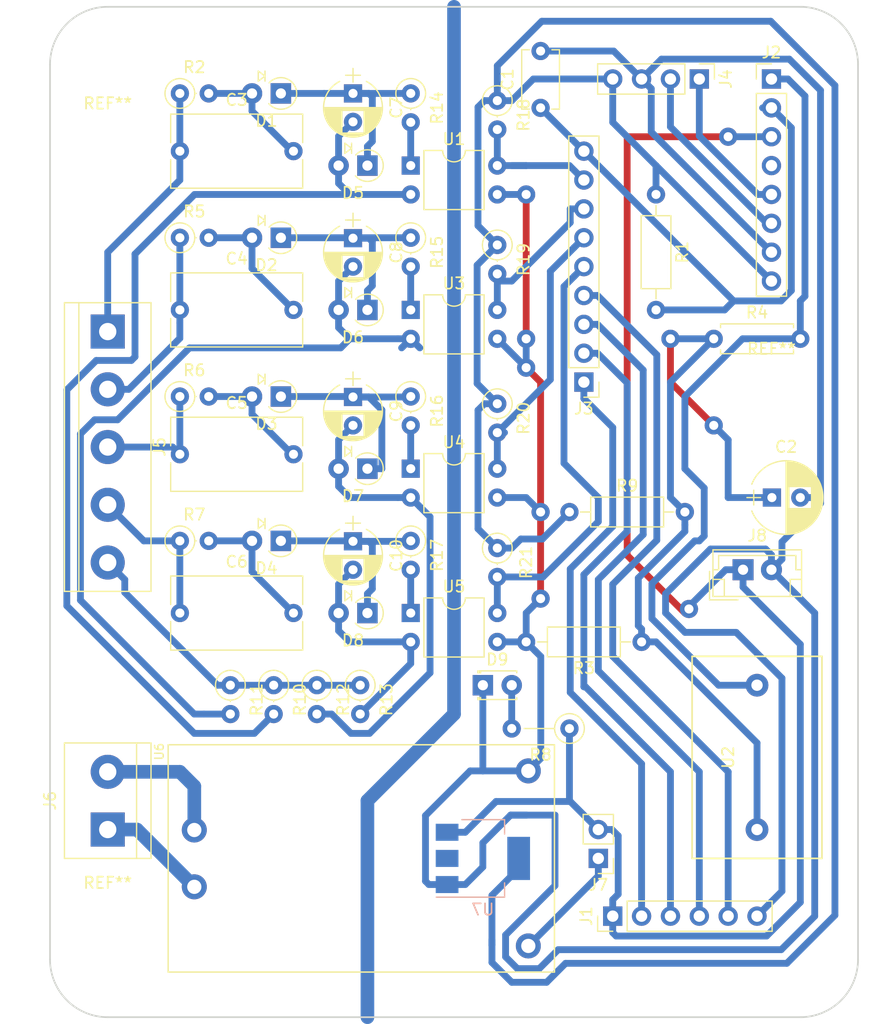
<source format=kicad_pcb>
(kicad_pcb (version 4) (host pcbnew 4.0.7)
  (layers (0 F.Cu signal) (31 B.Cu signal) (34 B.Paste user) (35 F.Paste user) (36 B.SilkS user) (37 F.SilkS user) (38 B.Mask user) (39 F.Mask user) (44 Edge.Cuts user))
  (net 0 "")
  (net 1 GND)
  (net 2 "Net-(C2-Pad1)")
  (net 3 +5V)
  (net 4 Ch4)
  (net 5 Ch3)
  (net 6 Ch2)
  (net 7 Ch1)
  (net 8 +3V3)
  (net 9 SCL)
  (net 10 SDA)
  (net 11 Ch1_ASensor)
  (net 12 "Net-(C3-Pad2)")
  (net 13 "Net-(C4-Pad2)")
  (net 14 "Net-(C5-Pad2)")
  (net 15 "Net-(C6-Pad2)")
  (net 16 SensorCh1)
  (net 17 SensorCh2)
  (net 18 SensorCh3)
  (net 19 SensorCh4)
  (net 20 INT)
  (net 21 N)
  (net 22 "Net-(C7-Pad2)")
  (net 23 "Net-(C8-Pad2)")
  (net 24 "Net-(C9-Pad2)")
  (net 25 "Net-(C10-Pad2)")
  (net 26 "Net-(C7-Pad1)")
  (net 27 "Net-(R14-Pad2)")
  (net 28 "Net-(C8-Pad1)")
  (net 29 "Net-(R15-Pad2)")
  (net 30 "Net-(C9-Pad1)")
  (net 31 "Net-(R16-Pad2)")
  (net 32 "Net-(C10-Pad1)")
  (net 33 "Net-(R17-Pad2)")
  (net 34 "Net-(J2-Pad4)")
  (net 35 LINE1)
  (net 36 LINE2)
  (net 37 LINE3)
  (net 38 LINE4)
  (net 39 "Net-(J6-Pad1)")
  (net 40 "Net-(J6-Pad2)")
  (net 41 "Net-(J7-Pad1)")
  (net 42 "Net-(D9-Pad2)")
  (module Pin_Headers:Pin_Header_Straight_1x06_Pitch2.54mm (layer F.Cu) (at 143.51 113.03 90)
    (fp_text reference J1 (at 0 -2.33 90) (layer F.SilkS))
    (fp_text value 4ChRelayBoard)
    (pad 1 thru_hole rect (at 0 0 90) (size 1.7 1.7) (drill 1) (layers *.Cu *.Mask) (net 3 +5V))
    (pad 2 thru_hole oval (at 0 2.54 90) (size 1.7 1.7) (drill 1) (layers *.Cu *.Mask) (net 4 Ch4))
    (pad 3 thru_hole oval (at 0 5.08 90) (size 1.7 1.7) (drill 1) (layers *.Cu *.Mask) (net 5 Ch3))
    (pad 4 thru_hole oval (at 0 7.62 90) (size 1.7 1.7) (drill 1) (layers *.Cu *.Mask) (net 6 Ch2))
    (pad 5 thru_hole oval (at 0 10.16 90) (size 1.7 1.7) (drill 1) (layers *.Cu *.Mask) (net 7 Ch1))
    (pad 6 thru_hole oval (at 0 12.7 90) (size 1.7 1.7) (drill 1) (layers *.Cu *.Mask) (net 1 GND))
  )
  (module Housings_DIP:DIP-4_W7.62mm (layer F.Cu) (at 125.73 73.66)
    (fp_text reference U4 (at 3.81 -2.33) (layer F.SilkS))
    (fp_text value PC817)
    (pad 1 thru_hole rect (at 0 0) (size 1.6 1.6) (drill 0.8) (layers *.Cu *.Mask) (net 31 "Net-(R16-Pad2)"))
    (pad 3 thru_hole oval (at 7.62 2.54) (size 1.6 1.6) (drill 0.8) (layers *.Cu *.Mask) (net 1 GND))
    (pad 2 thru_hole oval (at 0 2.54) (size 1.6 1.6) (drill 0.8) (layers *.Cu *.Mask) (net 24 "Net-(C9-Pad2)"))
    (pad 4 thru_hole oval (at 7.62 0) (size 1.6 1.6) (drill 0.8) (layers *.Cu *.Mask) (net 18 SensorCh3))
  )
  (module MySensors:CT503C (layer F.Cu) (at 156.21 92.71 270)
    (fp_text reference U2 (at 6.35 2.54 270) (layer F.SilkS))
    (fp_text value CT503C)
    (pad 2 thru_hole circle (at 12.7 0 270) (size 2 2) (drill 1) (layers *.Cu *.Mask) (net 2 "Net-(C2-Pad1)"))
    (pad 1 thru_hole circle (at 0 0 270) (size 2 2) (drill 1) (layers *.Cu *.Mask) (net 11 Ch1_ASensor))
  )
  (module Capacitors_THT:CP_Radial_D6.3mm_P2.50mm (layer F.Cu) (at 157.52 76.2)
    (fp_text reference C2 (at 1.25 -4.46) (layer F.SilkS))
    (fp_text value 10uF)
    (pad 1 thru_hole rect (at 0 0) (size 1.6 1.6) (drill 0.8) (layers *.Cu *.Mask) (net 2 "Net-(C2-Pad1)"))
    (pad 2 thru_hole circle (at 2.5 0) (size 1.6 1.6) (drill 0.8) (layers *.Cu *.Mask) (net 1 GND))
  )
  (module Pin_Headers:Pin_Header_Straight_1x09_Pitch2.54mm (layer F.Cu) (at 140.97 66.04 180)
    (fp_text reference J3 (at 0 -2.33 180) (layer F.SilkS))
    (fp_text value "I2C IO Expander")
    (pad 1 thru_hole rect (at 0 0 180) (size 1.7 1.7) (drill 1) (layers *.Cu *.Mask) (net 4 Ch4))
    (pad 2 thru_hole oval (at 0 2.54 180) (size 1.7 1.7) (drill 1) (layers *.Cu *.Mask) (net 5 Ch3))
    (pad 3 thru_hole oval (at 0 5.08 180) (size 1.7 1.7) (drill 1) (layers *.Cu *.Mask) (net 6 Ch2))
    (pad 4 thru_hole oval (at 0 7.62 180) (size 1.7 1.7) (drill 1) (layers *.Cu *.Mask) (net 7 Ch1))
    (pad 5 thru_hole oval (at 0 10.16 180) (size 1.7 1.7) (drill 1) (layers *.Cu *.Mask) (net 19 SensorCh4))
    (pad 6 thru_hole oval (at 0 12.7 180) (size 1.7 1.7) (drill 1) (layers *.Cu *.Mask) (net 18 SensorCh3))
    (pad 7 thru_hole oval (at 0 15.24 180) (size 1.7 1.7) (drill 1) (layers *.Cu *.Mask) (net 17 SensorCh2))
    (pad 8 thru_hole oval (at 0 17.78 180) (size 1.7 1.7) (drill 1) (layers *.Cu *.Mask) (net 16 SensorCh1))
    (pad 9 thru_hole oval (at 0 20.32 180) (size 1.7 1.7) (drill 1) (layers *.Cu *.Mask) (net 20 INT))
  )
  (module Connectors_JST:JST_EH_B02B-EH-A_02x2.50mm_Straight (layer F.Cu) (at 154.98 82.55)
    (fp_text reference J8 (at 1.25 -3) (layer F.SilkS))
    (fp_text value 5V)
    (pad 1 thru_hole rect (at 0 0) (size 1.85 1.85) (drill 0.9) (layers *.Cu *.Mask) (net 3 +5V))
    (pad 2 thru_hole circle (at 2.5 0) (size 1.85 1.85) (drill 0.9) (layers *.Cu *.Mask) (net 1 GND))
  )
  (module Resistors_THT:R_Axial_DIN0207_L6.3mm_D2.5mm_P7.62mm_Horizontal (layer F.Cu) (at 152.4 62.23)
    (fp_text reference R4 (at 3.81 -2.31) (layer F.SilkS))
    (fp_text value 100E)
    (pad 1 thru_hole circle (at 0 0) (size 1.6 1.6) (drill 0.8) (layers *.Cu *.Mask) (net 2 "Net-(C2-Pad1)"))
    (pad 2 thru_hole oval (at 7.62 0) (size 1.6 1.6) (drill 0.8) (layers *.Cu *.Mask) (net 11 Ch1_ASensor))
  )
  (module Housings_DIP:DIP-4_W7.62mm (layer F.Cu) (at 125.73 46.99)
    (fp_text reference U1 (at 3.81 -2.33) (layer F.SilkS))
    (fp_text value PC817)
    (pad 1 thru_hole rect (at 0 0) (size 1.6 1.6) (drill 0.8) (layers *.Cu *.Mask) (net 27 "Net-(R14-Pad2)"))
    (pad 3 thru_hole oval (at 7.62 2.54) (size 1.6 1.6) (drill 0.8) (layers *.Cu *.Mask) (net 1 GND))
    (pad 2 thru_hole oval (at 0 2.54) (size 1.6 1.6) (drill 0.8) (layers *.Cu *.Mask) (net 22 "Net-(C7-Pad2)"))
    (pad 4 thru_hole oval (at 7.62 0) (size 1.6 1.6) (drill 0.8) (layers *.Cu *.Mask) (net 16 SensorCh1))
  )
  (module Housings_DIP:DIP-4_W7.62mm (layer F.Cu) (at 125.73 59.69)
    (fp_text reference U3 (at 3.81 -2.33) (layer F.SilkS))
    (fp_text value PC817)
    (pad 1 thru_hole rect (at 0 0) (size 1.6 1.6) (drill 0.8) (layers *.Cu *.Mask) (net 29 "Net-(R15-Pad2)"))
    (pad 3 thru_hole oval (at 7.62 2.54) (size 1.6 1.6) (drill 0.8) (layers *.Cu *.Mask) (net 1 GND))
    (pad 2 thru_hole oval (at 0 2.54) (size 1.6 1.6) (drill 0.8) (layers *.Cu *.Mask) (net 23 "Net-(C8-Pad2)"))
    (pad 4 thru_hole oval (at 7.62 0) (size 1.6 1.6) (drill 0.8) (layers *.Cu *.Mask) (net 17 SensorCh2))
  )
  (module Housings_DIP:DIP-4_W7.62mm (layer F.Cu) (at 125.73 86.36)
    (fp_text reference U5 (at 3.81 -2.33) (layer F.SilkS))
    (fp_text value PC817)
    (pad 1 thru_hole rect (at 0 0) (size 1.6 1.6) (drill 0.8) (layers *.Cu *.Mask) (net 33 "Net-(R17-Pad2)"))
    (pad 3 thru_hole oval (at 7.62 2.54) (size 1.6 1.6) (drill 0.8) (layers *.Cu *.Mask) (net 1 GND))
    (pad 2 thru_hole oval (at 0 2.54) (size 1.6 1.6) (drill 0.8) (layers *.Cu *.Mask) (net 25 "Net-(C10-Pad2)"))
    (pad 4 thru_hole oval (at 7.62 0) (size 1.6 1.6) (drill 0.8) (layers *.Cu *.Mask) (net 19 SensorCh4))
  )
  (module Pin_Headers:Pin_Header_Straight_1x08_Pitch2.54mm (layer F.Cu) (at 157.48 39.37)
    (fp_text reference J2 (at 0 -2.33) (layer F.SilkS))
    (fp_text value "From Main Board")
    (pad 1 thru_hole rect (at 0 0) (size 1.7 1.7) (drill 1) (layers *.Cu *.Mask) (net 11 Ch1_ASensor))
    (pad 2 thru_hole oval (at 0 2.54) (size 1.7 1.7) (drill 1) (layers *.Cu *.Mask) (net 20 INT))
    (pad 3 thru_hole oval (at 0 5.08) (size 1.7 1.7) (drill 1) (layers *.Cu *.Mask) (net 3 +5V))
    (pad 4 thru_hole oval (at 0 7.62) (size 1.7 1.7) (drill 1) (layers *.Cu *.Mask) (net 34 "Net-(J2-Pad4)"))
    (pad 5 thru_hole oval (at 0 10.16) (size 1.7 1.7) (drill 1) (layers *.Cu *.Mask) (net 9 SCL))
    (pad 6 thru_hole oval (at 0 12.7) (size 1.7 1.7) (drill 1) (layers *.Cu *.Mask) (net 10 SDA))
    (pad 7 thru_hole oval (at 0 15.24) (size 1.7 1.7) (drill 1) (layers *.Cu *.Mask) (net 1 GND))
    (pad 8 thru_hole oval (at 0 17.78) (size 1.7 1.7) (drill 1) (layers *.Cu *.Mask) (net 8 +3V3))
  )
  (module Pin_Headers:Pin_Header_Straight_1x04_Pitch2.54mm (layer F.Cu) (at 151.13 39.37 270)
    (fp_text reference J4 (at 0 -2.33 270) (layer F.SilkS))
    (fp_text value "I2C to Expander")
    (pad 1 thru_hole rect (at 0 0 270) (size 1.7 1.7) (drill 1) (layers *.Cu *.Mask) (net 9 SCL))
    (pad 2 thru_hole oval (at 0 2.54 270) (size 1.7 1.7) (drill 1) (layers *.Cu *.Mask) (net 10 SDA))
    (pad 3 thru_hole oval (at 0 5.08 270) (size 1.7 1.7) (drill 1) (layers *.Cu *.Mask) (net 1 GND))
    (pad 4 thru_hole oval (at 0 7.62 270) (size 1.7 1.7) (drill 1) (layers *.Cu *.Mask) (net 8 +3V3))
  )
  (module Capacitors_THT:CP_Radial_D5.0mm_P2.50mm (layer F.Cu) (at 120.65 40.64 270)
    (fp_text reference C7 (at 1.25 -3.81 270) (layer F.SilkS))
    (fp_text value CP)
    (pad 1 thru_hole rect (at 0 0 270) (size 1.6 1.6) (drill 0.8) (layers *.Cu *.Mask) (net 26 "Net-(C7-Pad1)"))
    (pad 2 thru_hole circle (at 2.5 0 270) (size 1.6 1.6) (drill 0.8) (layers *.Cu *.Mask) (net 22 "Net-(C7-Pad2)"))
  )
  (module Capacitors_THT:CP_Radial_D5.0mm_P2.50mm (layer F.Cu) (at 120.65 53.38 270)
    (fp_text reference C8 (at 1.25 -3.81 270) (layer F.SilkS))
    (fp_text value CP)
    (pad 1 thru_hole rect (at 0 0 270) (size 1.6 1.6) (drill 0.8) (layers *.Cu *.Mask) (net 28 "Net-(C8-Pad1)"))
    (pad 2 thru_hole circle (at 2.5 0 270) (size 1.6 1.6) (drill 0.8) (layers *.Cu *.Mask) (net 23 "Net-(C8-Pad2)"))
  )
  (module Capacitors_THT:CP_Radial_D5.0mm_P2.50mm (layer F.Cu) (at 120.65 67.35 270)
    (fp_text reference C9 (at 1.25 -3.81 270) (layer F.SilkS))
    (fp_text value CP)
    (pad 1 thru_hole rect (at 0 0 270) (size 1.6 1.6) (drill 0.8) (layers *.Cu *.Mask) (net 30 "Net-(C9-Pad1)"))
    (pad 2 thru_hole circle (at 2.5 0 270) (size 1.6 1.6) (drill 0.8) (layers *.Cu *.Mask) (net 24 "Net-(C9-Pad2)"))
  )
  (module Capacitors_THT:CP_Radial_D5.0mm_P2.50mm (layer F.Cu) (at 120.65 80.05 270)
    (fp_text reference C10 (at 1.25 -3.81 270) (layer F.SilkS))
    (fp_text value CP)
    (pad 1 thru_hole rect (at 0 0 270) (size 1.6 1.6) (drill 0.8) (layers *.Cu *.Mask) (net 32 "Net-(C10-Pad1)"))
    (pad 2 thru_hole circle (at 2.5 0 270) (size 1.6 1.6) (drill 0.8) (layers *.Cu *.Mask) (net 25 "Net-(C10-Pad2)"))
  )
  (module Capacitors_THT:C_Rect_L11.5mm_W6.4mm_P10.00mm_MKT (layer F.Cu) (at 105.41 45.72)
    (fp_text reference C3 (at 5 -4.51) (layer F.SilkS))
    (fp_text value 100nF/400V)
    (pad 1 thru_hole circle (at 0 0) (size 1.6 1.6) (drill 0.8) (layers *.Cu *.Mask) (net 35 LINE1))
    (pad 2 thru_hole circle (at 10 0) (size 1.6 1.6) (drill 0.8) (layers *.Cu *.Mask) (net 12 "Net-(C3-Pad2)"))
  )
  (module Capacitors_THT:C_Rect_L11.5mm_W6.4mm_P10.00mm_MKT (layer F.Cu) (at 105.41 59.69)
    (fp_text reference C4 (at 5 -4.51) (layer F.SilkS))
    (fp_text value 100nF/400V)
    (pad 1 thru_hole circle (at 0 0) (size 1.6 1.6) (drill 0.8) (layers *.Cu *.Mask) (net 36 LINE2))
    (pad 2 thru_hole circle (at 10 0) (size 1.6 1.6) (drill 0.8) (layers *.Cu *.Mask) (net 13 "Net-(C4-Pad2)"))
  )
  (module Capacitors_THT:C_Rect_L11.5mm_W6.4mm_P10.00mm_MKT (layer F.Cu) (at 105.41 72.39)
    (fp_text reference C5 (at 5 -4.51) (layer F.SilkS))
    (fp_text value 100nF/400V)
    (pad 1 thru_hole circle (at 0 0) (size 1.6 1.6) (drill 0.8) (layers *.Cu *.Mask) (net 37 LINE3))
    (pad 2 thru_hole circle (at 10 0) (size 1.6 1.6) (drill 0.8) (layers *.Cu *.Mask) (net 14 "Net-(C5-Pad2)"))
  )
  (module Capacitors_THT:C_Rect_L11.5mm_W6.4mm_P10.00mm_MKT (layer F.Cu) (at 105.41 86.36)
    (fp_text reference C6 (at 5 -4.51) (layer F.SilkS))
    (fp_text value 100nF/400V)
    (pad 1 thru_hole circle (at 0 0) (size 1.6 1.6) (drill 0.8) (layers *.Cu *.Mask) (net 38 LINE4))
    (pad 2 thru_hole circle (at 10 0) (size 1.6 1.6) (drill 0.8) (layers *.Cu *.Mask) (net 15 "Net-(C6-Pad2)"))
  )
  (module Resistors_THT:R_Axial_DIN0207_L6.3mm_D2.5mm_P2.54mm_Vertical (layer F.Cu) (at 105.41 40.64)
    (fp_text reference R2 (at 1.27 -2.31) (layer F.SilkS))
    (fp_text value 470K)
    (pad 1 thru_hole circle (at 0 0) (size 1.6 1.6) (drill 0.8) (layers *.Cu *.Mask) (net 35 LINE1))
    (pad 2 thru_hole oval (at 2.54 0) (size 1.6 1.6) (drill 0.8) (layers *.Cu *.Mask) (net 12 "Net-(C3-Pad2)"))
  )
  (module Resistors_THT:R_Axial_DIN0207_L6.3mm_D2.5mm_P2.54mm_Vertical (layer F.Cu) (at 105.41 53.34)
    (fp_text reference R5 (at 1.27 -2.31) (layer F.SilkS))
    (fp_text value 470K)
    (pad 1 thru_hole circle (at 0 0) (size 1.6 1.6) (drill 0.8) (layers *.Cu *.Mask) (net 36 LINE2))
    (pad 2 thru_hole oval (at 2.54 0) (size 1.6 1.6) (drill 0.8) (layers *.Cu *.Mask) (net 13 "Net-(C4-Pad2)"))
  )
  (module Resistors_THT:R_Axial_DIN0207_L6.3mm_D2.5mm_P2.54mm_Vertical (layer F.Cu) (at 105.41 67.31)
    (fp_text reference R6 (at 1.27 -2.31) (layer F.SilkS))
    (fp_text value 470K)
    (pad 1 thru_hole circle (at 0 0) (size 1.6 1.6) (drill 0.8) (layers *.Cu *.Mask) (net 37 LINE3))
    (pad 2 thru_hole oval (at 2.54 0) (size 1.6 1.6) (drill 0.8) (layers *.Cu *.Mask) (net 14 "Net-(C5-Pad2)"))
  )
  (module Resistors_THT:R_Axial_DIN0207_L6.3mm_D2.5mm_P2.54mm_Vertical (layer F.Cu) (at 105.41 80.01)
    (fp_text reference R7 (at 1.27 -2.31) (layer F.SilkS))
    (fp_text value 470K)
    (pad 1 thru_hole circle (at 0 0) (size 1.6 1.6) (drill 0.8) (layers *.Cu *.Mask) (net 38 LINE4))
    (pad 2 thru_hole oval (at 2.54 0) (size 1.6 1.6) (drill 0.8) (layers *.Cu *.Mask) (net 15 "Net-(C6-Pad2)"))
  )
  (module Resistors_THT:R_Axial_DIN0207_L6.3mm_D2.5mm_P2.54mm_Vertical (layer F.Cu) (at 113.665 92.71 270)
    (fp_text reference R10 (at 1.27 -2.31 270) (layer F.SilkS))
    (fp_text value 100K)
    (pad 1 thru_hole circle (at 0 0 270) (size 1.6 1.6) (drill 0.8) (layers *.Cu *.Mask) (net 21 N))
    (pad 2 thru_hole oval (at 2.54 0 270) (size 1.6 1.6) (drill 0.8) (layers *.Cu *.Mask) (net 22 "Net-(C7-Pad2)"))
  )
  (module Resistors_THT:R_Axial_DIN0207_L6.3mm_D2.5mm_P2.54mm_Vertical (layer F.Cu) (at 109.855 92.71 270)
    (fp_text reference R11 (at 1.27 -2.31 270) (layer F.SilkS))
    (fp_text value 100K)
    (pad 1 thru_hole circle (at 0 0 270) (size 1.6 1.6) (drill 0.8) (layers *.Cu *.Mask) (net 21 N))
    (pad 2 thru_hole oval (at 2.54 0 270) (size 1.6 1.6) (drill 0.8) (layers *.Cu *.Mask) (net 23 "Net-(C8-Pad2)"))
  )
  (module Resistors_THT:R_Axial_DIN0207_L6.3mm_D2.5mm_P2.54mm_Vertical (layer F.Cu) (at 117.475 92.71 270)
    (fp_text reference R12 (at 1.27 -2.31 270) (layer F.SilkS))
    (fp_text value 100K)
    (pad 1 thru_hole circle (at 0 0 270) (size 1.6 1.6) (drill 0.8) (layers *.Cu *.Mask) (net 21 N))
    (pad 2 thru_hole oval (at 2.54 0 270) (size 1.6 1.6) (drill 0.8) (layers *.Cu *.Mask) (net 24 "Net-(C9-Pad2)"))
  )
  (module Resistors_THT:R_Axial_DIN0207_L6.3mm_D2.5mm_P2.54mm_Vertical (layer F.Cu) (at 121.285 92.71 270)
    (fp_text reference R13 (at 1.27 -2.31 270) (layer F.SilkS))
    (fp_text value 100K)
    (pad 1 thru_hole circle (at 0 0 270) (size 1.6 1.6) (drill 0.8) (layers *.Cu *.Mask) (net 21 N))
    (pad 2 thru_hole oval (at 2.54 0 270) (size 1.6 1.6) (drill 0.8) (layers *.Cu *.Mask) (net 25 "Net-(C10-Pad2)"))
  )
  (module Resistors_THT:R_Axial_DIN0207_L6.3mm_D2.5mm_P2.54mm_Vertical (layer F.Cu) (at 125.73 40.64 270)
    (fp_text reference R14 (at 1.27 -2.31 270) (layer F.SilkS))
    (fp_text value 1K)
    (pad 1 thru_hole circle (at 0 0 270) (size 1.6 1.6) (drill 0.8) (layers *.Cu *.Mask) (net 26 "Net-(C7-Pad1)"))
    (pad 2 thru_hole oval (at 2.54 0 270) (size 1.6 1.6) (drill 0.8) (layers *.Cu *.Mask) (net 27 "Net-(R14-Pad2)"))
  )
  (module Resistors_THT:R_Axial_DIN0207_L6.3mm_D2.5mm_P2.54mm_Vertical (layer F.Cu) (at 125.73 53.34 270)
    (fp_text reference R15 (at 1.27 -2.31 270) (layer F.SilkS))
    (fp_text value 1K)
    (pad 1 thru_hole circle (at 0 0 270) (size 1.6 1.6) (drill 0.8) (layers *.Cu *.Mask) (net 28 "Net-(C8-Pad1)"))
    (pad 2 thru_hole oval (at 2.54 0 270) (size 1.6 1.6) (drill 0.8) (layers *.Cu *.Mask) (net 29 "Net-(R15-Pad2)"))
  )
  (module Resistors_THT:R_Axial_DIN0207_L6.3mm_D2.5mm_P2.54mm_Vertical (layer F.Cu) (at 125.73 67.31 270)
    (fp_text reference R16 (at 1.27 -2.31 270) (layer F.SilkS))
    (fp_text value 1K)
    (pad 1 thru_hole circle (at 0 0 270) (size 1.6 1.6) (drill 0.8) (layers *.Cu *.Mask) (net 30 "Net-(C9-Pad1)"))
    (pad 2 thru_hole oval (at 2.54 0 270) (size 1.6 1.6) (drill 0.8) (layers *.Cu *.Mask) (net 31 "Net-(R16-Pad2)"))
  )
  (module Resistors_THT:R_Axial_DIN0207_L6.3mm_D2.5mm_P2.54mm_Vertical (layer F.Cu) (at 125.73 80.01 270)
    (fp_text reference R17 (at 1.27 -2.31 270) (layer F.SilkS))
    (fp_text value 1K)
    (pad 1 thru_hole circle (at 0 0 270) (size 1.6 1.6) (drill 0.8) (layers *.Cu *.Mask) (net 32 "Net-(C10-Pad1)"))
    (pad 2 thru_hole oval (at 2.54 0 270) (size 1.6 1.6) (drill 0.8) (layers *.Cu *.Mask) (net 33 "Net-(R17-Pad2)"))
  )
  (module Resistors_THT:R_Axial_DIN0207_L6.3mm_D2.5mm_P2.54mm_Vertical (layer F.Cu) (at 133.35 41.275 270)
    (fp_text reference R18 (at 1.27 -2.31 270) (layer F.SilkS))
    (fp_text value 10K)
    (pad 1 thru_hole circle (at 0 0 270) (size 1.6 1.6) (drill 0.8) (layers *.Cu *.Mask) (net 8 +3V3))
    (pad 2 thru_hole oval (at 2.54 0 270) (size 1.6 1.6) (drill 0.8) (layers *.Cu *.Mask) (net 16 SensorCh1))
  )
  (module Resistors_THT:R_Axial_DIN0207_L6.3mm_D2.5mm_P2.54mm_Vertical (layer F.Cu) (at 133.35 53.975 270)
    (fp_text reference R19 (at 1.27 -2.31 270) (layer F.SilkS))
    (fp_text value 10K)
    (pad 1 thru_hole circle (at 0 0 270) (size 1.6 1.6) (drill 0.8) (layers *.Cu *.Mask) (net 8 +3V3))
    (pad 2 thru_hole oval (at 2.54 0 270) (size 1.6 1.6) (drill 0.8) (layers *.Cu *.Mask) (net 17 SensorCh2))
  )
  (module Resistors_THT:R_Axial_DIN0207_L6.3mm_D2.5mm_P2.54mm_Vertical (layer F.Cu) (at 133.35 67.945 270)
    (fp_text reference R20 (at 1.27 -2.31 270) (layer F.SilkS))
    (fp_text value 10K)
    (pad 1 thru_hole circle (at 0 0 270) (size 1.6 1.6) (drill 0.8) (layers *.Cu *.Mask) (net 8 +3V3))
    (pad 2 thru_hole oval (at 2.54 0 270) (size 1.6 1.6) (drill 0.8) (layers *.Cu *.Mask) (net 18 SensorCh3))
  )
  (module Resistors_THT:R_Axial_DIN0207_L6.3mm_D2.5mm_P2.54mm_Vertical (layer F.Cu) (at 133.35 80.645 270)
    (fp_text reference R21 (at 1.27 -2.54 270) (layer F.SilkS))
    (fp_text value 10K)
    (pad 1 thru_hole circle (at 0 0 270) (size 1.6 1.6) (drill 0.8) (layers *.Cu *.Mask) (net 8 +3V3))
    (pad 2 thru_hole oval (at 2.54 0 270) (size 1.6 1.6) (drill 0.8) (layers *.Cu *.Mask) (net 19 SensorCh4))
  )
  (module Connectors_Terminal_Blocks:TerminalBlock_bornier-5_P5.08mm (layer F.Cu) (at 99.06 61.595 270)
    (fp_text reference J5 (at 10.15 -4.55 270) (layer F.SilkS))
    (fp_text value "AC detect")
    (pad 2 thru_hole circle (at 5.08 0 270) (size 3 3) (drill 1.52) (layers *.Cu *.Mask) (net 36 LINE2))
    (pad 3 thru_hole circle (at 10.16 0 270) (size 3 3) (drill 1.52) (layers *.Cu *.Mask) (net 37 LINE3))
    (pad 1 thru_hole rect (at 0 0 270) (size 3 3) (drill 1.52) (layers *.Cu *.Mask) (net 35 LINE1))
    (pad 4 thru_hole circle (at 15.24 0 270) (size 3 3) (drill 1.52) (layers *.Cu *.Mask) (net 38 LINE4))
    (pad 5 thru_hole circle (at 20.32 0 270) (size 3 3) (drill 1.52) (layers *.Cu *.Mask) (net 21 N))
  )
  (module Diodes_THT:D_A-405_P2.54mm_Vertical_AnodeUp (layer F.Cu) (at 114.3 40.64 180)
    (fp_text reference D1 (at 1.27 -2.41 180) (layer F.SilkS))
    (fp_text value 1N4007)
    (pad 1 thru_hole rect (at 0 0 180) (size 1.8 1.8) (drill 0.9) (layers *.Cu *.Mask) (net 26 "Net-(C7-Pad1)"))
    (pad 2 thru_hole oval (at 2.54 0 180) (size 1.8 1.8) (drill 0.9) (layers *.Cu *.Mask) (net 12 "Net-(C3-Pad2)"))
  )
  (module Diodes_THT:D_A-405_P2.54mm_Vertical_AnodeUp (layer F.Cu) (at 114.3 53.34 180)
    (fp_text reference D2 (at 1.27 -2.41 180) (layer F.SilkS))
    (fp_text value 1N4007)
    (pad 1 thru_hole rect (at 0 0 180) (size 1.8 1.8) (drill 0.9) (layers *.Cu *.Mask) (net 28 "Net-(C8-Pad1)"))
    (pad 2 thru_hole oval (at 2.54 0 180) (size 1.8 1.8) (drill 0.9) (layers *.Cu *.Mask) (net 13 "Net-(C4-Pad2)"))
  )
  (module Diodes_THT:D_A-405_P2.54mm_Vertical_AnodeUp (layer F.Cu) (at 114.3 67.31 180)
    (fp_text reference D3 (at 1.27 -2.41 180) (layer F.SilkS))
    (fp_text value 1N4007)
    (pad 1 thru_hole rect (at 0 0 180) (size 1.8 1.8) (drill 0.9) (layers *.Cu *.Mask) (net 30 "Net-(C9-Pad1)"))
    (pad 2 thru_hole oval (at 2.54 0 180) (size 1.8 1.8) (drill 0.9) (layers *.Cu *.Mask) (net 14 "Net-(C5-Pad2)"))
  )
  (module Diodes_THT:D_A-405_P2.54mm_Vertical_AnodeUp (layer F.Cu) (at 114.3 80.01 180)
    (fp_text reference D4 (at 1.27 -2.41 180) (layer F.SilkS))
    (fp_text value 1N4007)
    (pad 1 thru_hole rect (at 0 0 180) (size 1.8 1.8) (drill 0.9) (layers *.Cu *.Mask) (net 32 "Net-(C10-Pad1)"))
    (pad 2 thru_hole oval (at 2.54 0 180) (size 1.8 1.8) (drill 0.9) (layers *.Cu *.Mask) (net 15 "Net-(C6-Pad2)"))
  )
  (module Diodes_THT:D_A-405_P2.54mm_Vertical_AnodeUp (layer F.Cu) (at 121.92 46.99 180)
    (fp_text reference D5 (at 1.27 -2.41 180) (layer F.SilkS))
    (fp_text value 5v1)
    (pad 1 thru_hole rect (at 0 0 180) (size 1.8 1.8) (drill 0.9) (layers *.Cu *.Mask) (net 26 "Net-(C7-Pad1)"))
    (pad 2 thru_hole oval (at 2.54 0 180) (size 1.8 1.8) (drill 0.9) (layers *.Cu *.Mask) (net 22 "Net-(C7-Pad2)"))
  )
  (module Diodes_THT:D_A-405_P2.54mm_Vertical_AnodeUp (layer F.Cu) (at 121.92 59.69 180)
    (fp_text reference D6 (at 1.27 -2.41 180) (layer F.SilkS))
    (fp_text value 5v1)
    (pad 1 thru_hole rect (at 0 0 180) (size 1.8 1.8) (drill 0.9) (layers *.Cu *.Mask) (net 28 "Net-(C8-Pad1)"))
    (pad 2 thru_hole oval (at 2.54 0 180) (size 1.8 1.8) (drill 0.9) (layers *.Cu *.Mask) (net 23 "Net-(C8-Pad2)"))
  )
  (module Diodes_THT:D_A-405_P2.54mm_Vertical_AnodeUp (layer F.Cu) (at 121.92 73.66 180)
    (fp_text reference D7 (at 1.27 -2.41 180) (layer F.SilkS))
    (fp_text value 5v1)
    (pad 1 thru_hole rect (at 0 0 180) (size 1.8 1.8) (drill 0.9) (layers *.Cu *.Mask) (net 30 "Net-(C9-Pad1)"))
    (pad 2 thru_hole oval (at 2.54 0 180) (size 1.8 1.8) (drill 0.9) (layers *.Cu *.Mask) (net 24 "Net-(C9-Pad2)"))
  )
  (module Diodes_THT:D_A-405_P2.54mm_Vertical_AnodeUp (layer F.Cu) (at 121.92 86.36 180)
    (fp_text reference D8 (at 1.27 -2.41 180) (layer F.SilkS))
    (fp_text value 5v1)
    (pad 1 thru_hole rect (at 0 0 180) (size 1.8 1.8) (drill 0.9) (layers *.Cu *.Mask) (net 32 "Net-(C10-Pad1)"))
    (pad 2 thru_hole oval (at 2.54 0 180) (size 1.8 1.8) (drill 0.9) (layers *.Cu *.Mask) (net 25 "Net-(C10-Pad2)"))
  )
  (module Capacitors_THT:C_Disc_D5.1mm_W3.2mm_P5.00mm (layer F.Cu) (at 137.16 41.91 90)
    (fp_text reference C1 (at 2.5 -2.91 90) (layer F.SilkS))
    (fp_text value 100pF)
    (pad 1 thru_hole circle (at 0 0 90) (size 1.6 1.6) (drill 0.8) (layers *.Cu *.Mask) (net 20 INT))
    (pad 2 thru_hole circle (at 5 0 90) (size 1.6 1.6) (drill 0.8) (layers *.Cu *.Mask) (net 1 GND))
  )
  (module Resistors_THT:R_Axial_DIN0207_L6.3mm_D2.5mm_P10.16mm_Horizontal (layer F.Cu) (at 147.32 49.53 270)
    (fp_text reference R1 (at 5.08 -2.31 270) (layer F.SilkS))
    (fp_text value 4.7K)
    (pad 1 thru_hole circle (at 0 0 270) (size 1.6 1.6) (drill 0.8) (layers *.Cu *.Mask) (net 8 +3V3))
    (pad 2 thru_hole oval (at 10.16 0 270) (size 1.6 1.6) (drill 0.8) (layers *.Cu *.Mask) (net 20 INT))
  )
  (module Resistors_THT:R_Axial_DIN0207_L6.3mm_D2.5mm_P10.16mm_Horizontal (layer F.Cu) (at 139.7 77.47)
    (fp_text reference R9 (at 5.08 -2.31) (layer F.SilkS))
    (fp_text value 5.6K)
    (pad 1 thru_hole circle (at 0 0) (size 1.6 1.6) (drill 0.8) (layers *.Cu *.Mask) (net 8 +3V3))
    (pad 2 thru_hole oval (at 10.16 0) (size 1.6 1.6) (drill 0.8) (layers *.Cu *.Mask) (net 2 "Net-(C2-Pad1)"))
  )
  (module Resistors_THT:R_Axial_DIN0207_L6.3mm_D2.5mm_P10.16mm_Horizontal (layer F.Cu) (at 146.05 88.9 180)
    (fp_text reference R3 (at 5.08 -2.31 180) (layer F.SilkS))
    (fp_text value 1K)
    (pad 1 thru_hole circle (at 0 0 180) (size 1.6 1.6) (drill 0.8) (layers *.Cu *.Mask) (net 2 "Net-(C2-Pad1)"))
    (pad 2 thru_hole oval (at 10.16 0 180) (size 1.6 1.6) (drill 0.8) (layers *.Cu *.Mask) (net 1 GND))
  )
  (module Connectors_Terminal_Blocks:TerminalBlock_bornier-2_P5.08mm (layer F.Cu) (at 99.06 105.41 90)
    (fp_text reference J6 (at 2.54 -5.08 90) (layer F.SilkS))
    (fp_text value Conn_01x02)
    (pad 1 thru_hole rect (at 0 0 90) (size 3 3) (drill 1.52) (layers *.Cu *.Mask) (net 39 "Net-(J6-Pad1)"))
    (pad 2 thru_hole circle (at 5.08 0 90) (size 3 3) (drill 1.52) (layers *.Cu *.Mask) (net 40 "Net-(J6-Pad2)"))
  )
  (module Power_Supply:HLK-PM01 (layer F.Cu) (at 121.38 107.95)
    (fp_text reference U6 (at -17.78 -9.398 90) (layer F.SilkS) (effects (font (size 0.762 0.762) (thickness 0.127))))
    (fp_text value HLK-PM03)
    (pad 1 thru_hole circle (at -14.7 -2.5) (size 2.2 2.2) (drill 1.25) (layers *.Cu *.Mask) (net 40 "Net-(J6-Pad2)"))
    (pad 2 thru_hole circle (at -14.7 2.5) (size 2.2 2.2) (drill 1.25) (layers *.Cu *.Mask) (net 39 "Net-(J6-Pad1)"))
    (pad 3 thru_hole circle (at 14.7 -7.7) (size 2.2 2.2) (drill 1.25) (layers *.Cu *.Mask) (net 1 GND))
    (pad 4 thru_hole circle (at 14.7 7.7) (size 2.2 2.2) (drill 1.25) (layers *.Cu *.Mask) (net 41 "Net-(J7-Pad1)"))
  )
  (module TO_SOT_Packages_SMD:SOT-223-3_TabPin2 (layer B.Cu) (at 132.08 107.95)
    (fp_text reference U7 (at 0 4.5) (layer B.SilkS) (effects (justify mirror)))
    (fp_text value AP1117-33)
    (pad 2 smd rect (at 3.15 0) (size 2 3.8) (layers B.Cu B.Paste B.Mask) (net 8 +3V3))
    (pad 2 smd rect (at -3.15 0) (size 2 1.5) (layers B.Cu B.Paste B.Mask) (net 8 +3V3))
    (pad 3 smd rect (at -3.15 -2.3) (size 2 1.5) (layers B.Cu B.Paste B.Mask) (net 3 +5V))
    (pad 1 smd rect (at -3.15 2.3) (size 2 1.5) (layers B.Cu B.Paste B.Mask) (net 1 GND))
  )
  (module Pin_Headers:Pin_Header_Straight_1x02_Pitch2.54mm (layer F.Cu) (at 142.24 107.95 180)
    (fp_text reference J7 (at 0 -2.33 180) (layer F.SilkS))
    (fp_text value Conn_01x02)
    (pad 1 thru_hole rect (at 0 0 180) (size 1.7 1.7) (drill 1) (layers *.Cu *.Mask) (net 41 "Net-(J7-Pad1)"))
    (pad 2 thru_hole oval (at 0 2.54 180) (size 1.7 1.7) (drill 1) (layers *.Cu *.Mask) (net 3 +5V))
  )
  (module LEDs:LED_D1.8mm_W3.3mm_H2.4mm (layer F.Cu) (at 132.08 92.71)
    (fp_text reference D9 (at 1.27 -2.26) (layer F.SilkS))
    (fp_text value LED)
    (pad 1 thru_hole rect (at 0 0) (size 1.8 1.8) (drill 0.9) (layers *.Cu *.Mask) (net 1 GND))
    (pad 2 thru_hole circle (at 2.54 0) (size 1.8 1.8) (drill 0.9) (layers *.Cu *.Mask) (net 42 "Net-(D9-Pad2)"))
  )
  (module Resistors_THT:R_Axial_DIN0207_L6.3mm_D2.5mm_P5.08mm_Vertical (layer F.Cu) (at 139.7 96.52 180)
    (fp_text reference R8 (at 2.54 -2.31 180) (layer F.SilkS))
    (fp_text value 330)
    (pad 1 thru_hole circle (at 0 0 180) (size 1.6 1.6) (drill 0.8) (layers *.Cu *.Mask) (net 3 +5V))
    (pad 2 thru_hole oval (at 5.08 0 180) (size 1.6 1.6) (drill 0.8) (layers *.Cu *.Mask) (net 42 "Net-(D9-Pad2)"))
  )
  (module Mounting_Holes:MountingHole_3.2mm_M3 (layer F.Cu) (at 99.06 45.72)
    (fp_text reference REF** (at 0 -4.2) (layer F.SilkS))
    (fp_text value MountingHole_3.2mm_M3)
    (pad 1 np_thru_hole circle (at 0 0) (size 3.2 3.2) (drill 3.2) (layers *.Cu *.Mask))
  )
  (module Mounting_Holes:MountingHole_3.2mm_M3 (layer F.Cu) (at 99.06 114.3)
    (fp_text reference REF** (at 0 -4.2) (layer F.SilkS))
    (fp_text value MountingHole_3.2mm_M3)
    (pad 1 np_thru_hole circle (at 0 0) (size 3.2 3.2) (drill 3.2) (layers *.Cu *.Mask))
  )
  (module Mounting_Holes:MountingHole_3.2mm_M3 (layer F.Cu) (at 157.48 67.31)
    (fp_text reference REF** (at 0 -4.2) (layer F.SilkS))
    (fp_text value MountingHole_3.2mm_M3)
    (pad 1 np_thru_hole circle (at 0 0) (size 3.2 3.2) (drill 3.2) (layers *.Cu *.Mask))
  )
  (gr_line (start 160.274 33.02) (end 99.06 33.02) (layer Edge.Cuts) (width 0.15))
  (gr_line (start 165.1 117.094) (end 165.1 37.846) (layer Edge.Cuts) (width 0.15))
  (gr_line (start 99.06 121.92) (end 160.274 121.92) (layer Edge.Cuts) (width 0.15))
  (gr_line (start 93.98 38.1) (end 93.98 116.84) (layer Edge.Cuts) (width 0.15))
  (gr_arc (start 99.06 116.84) (end 99.06 121.92) (angle 90) (layer Edge.Cuts) (width 0.15))
  (gr_arc (start 160.02 116.84) (end 165.1 116.84) (angle 90) (layer Edge.Cuts) (width 0.15))
  (gr_arc (start 160.02 38.1) (end 160.02 33.02) (angle 90) (layer Edge.Cuts) (width 0.15))
  (gr_arc (start 99.06 38.1) (end 93.98 38.1) (angle 90) (layer Edge.Cuts) (width 0.15))
  (segment (start 121.92 121.92) (end 121.92 102.87) (width 1.2) (layer B.Cu) (net 0))
  (segment (start 121.92 102.87) (end 129.54 95.25) (width 1.2) (layer B.Cu) (net 0))
  (segment (start 129.54 95.25) (end 129.54 33.02) (width 1.2) (layer B.Cu) (net 0))
  (segment (start 160.02 76.2) (end 161.15137 76.2) (width 0.6) (layer B.Cu) (net 1))
  (segment (start 161.15137 76.2) (end 161.65937 76.708) (width 0.6) (layer B.Cu) (net 1))
  (segment (start 161.65937 76.708) (end 161.798 76.708) (width 0.6) (layer B.Cu) (net 1))
  (segment (start 158.404999 81.625001) (end 158.404999 80.101001) (width 0.6) (layer B.Cu) (net 1))
  (segment (start 158.404999 80.101001) (end 161.798 76.708) (width 0.6) (layer B.Cu) (net 1))
  (segment (start 158.404999 81.625001) (end 157.48 82.55) (width 0.6) (layer B.Cu) (net 1))
  (segment (start 146.05 39.37) (end 147.800001 37.619999) (width 0.6) (layer B.Cu) (net 1))
  (segment (start 147.800001 37.619999) (end 159.050001 37.619999) (width 0.6) (layer B.Cu) (net 1))
  (segment (start 159.050001 37.619999) (end 161.798 40.367998) (width 0.6) (layer B.Cu) (net 1))
  (segment (start 161.798 40.367998) (end 161.798 76.708) (width 0.6) (layer B.Cu) (net 1))
  (segment (start 157.48 81.241853) (end 157.48 82.55) (width 0.6) (layer B.Cu) (net 1))
  (segment (start 148.159998 84.677073) (end 152.112072 80.724999) (width 0.6) (layer B.Cu) (net 1))
  (segment (start 158.404999 110.835001) (end 158.404999 92.092997) (width 0.6) (layer B.Cu) (net 1))
  (segment (start 148.159998 86.345858) (end 148.159998 84.677073) (width 0.6) (layer B.Cu) (net 1))
  (segment (start 158.404999 92.092997) (end 154.372004 88.060002) (width 0.6) (layer B.Cu) (net 1))
  (segment (start 156.21 113.03) (end 158.404999 110.835001) (width 0.6) (layer B.Cu) (net 1))
  (segment (start 152.112072 80.724999) (end 156.963146 80.724999) (width 0.6) (layer B.Cu) (net 1))
  (segment (start 156.963146 80.724999) (end 157.48 81.241853) (width 0.6) (layer B.Cu) (net 1))
  (segment (start 154.372004 88.060002) (end 149.874142 88.060002) (width 0.6) (layer B.Cu) (net 1))
  (segment (start 149.874142 88.060002) (end 148.159998 86.345858) (width 0.6) (layer B.Cu) (net 1))
  (segment (start 136.08 100.25) (end 137.179999 99.150001) (width 0.6) (layer B.Cu) (net 1))
  (segment (start 137.179999 99.150001) (end 137.179999 90.189999) (width 0.6) (layer B.Cu) (net 1))
  (segment (start 137.179999 90.189999) (end 136.689999 89.699999) (width 0.6) (layer B.Cu) (net 1))
  (segment (start 136.689999 89.699999) (end 135.89 88.9) (width 0.6) (layer B.Cu) (net 1))
  (segment (start 132.08 100.25) (end 136.08 100.25) (width 0.6) (layer B.Cu) (net 1))
  (segment (start 130.959998 100.25) (end 132.08 100.25) (width 0.6) (layer B.Cu) (net 1))
  (segment (start 132.08 92.71) (end 132.08 100.25) (width 0.6) (layer B.Cu) (net 1))
  (segment (start 157.48 82.55) (end 161.29 86.36) (width 0.6) (layer B.Cu) (net 1))
  (segment (start 161.29 86.36) (end 161.29 113.03) (width 0.6) (layer B.Cu) (net 1))
  (segment (start 161.29 113.03) (end 158.339988 115.980012) (width 0.6) (layer B.Cu) (net 1))
  (segment (start 138.43 110.339998) (end 138.43 104.14) (width 0.6) (layer B.Cu) (net 1))
  (segment (start 158.339988 115.980012) (end 138.70999 115.980012) (width 0.6) (layer B.Cu) (net 1))
  (segment (start 138.70999 115.980012) (end 137.040001 117.650001) (width 0.6) (layer B.Cu) (net 1))
  (segment (start 137.040001 117.650001) (end 135.119999 117.650001) (width 0.6) (layer B.Cu) (net 1))
  (segment (start 135.119999 117.650001) (end 134.079999 116.610001) (width 0.6) (layer B.Cu) (net 1))
  (segment (start 134.079999 116.610001) (end 134.079999 114.689999) (width 0.6) (layer B.Cu) (net 1))
  (segment (start 138.43 104.14) (end 134.519998 104.14) (width 0.6) (layer B.Cu) (net 1))
  (segment (start 134.079999 114.689999) (end 138.43 110.339998) (width 0.6) (layer B.Cu) (net 1))
  (segment (start 128.93 110.25) (end 130.53 110.25) (width 0.6) (layer B.Cu) (net 1))
  (segment (start 130.53 110.25) (end 132.08 108.7) (width 0.6) (layer B.Cu) (net 1))
  (segment (start 132.08 108.7) (end 132.08 106.579998) (width 0.6) (layer B.Cu) (net 1))
  (segment (start 132.08 106.579998) (end 134.519998 104.14) (width 0.6) (layer B.Cu) (net 1))
  (segment (start 134.519998 104.14) (end 135.940002 104.14) (width 0.6) (layer B.Cu) (net 1))
  (segment (start 157.44 82.51) (end 157.48 82.55) (width 0.6) (layer B.Cu) (net 1))
  (segment (start 136.08 89.09) (end 135.89 88.9) (width 0.6) (layer B.Cu) (net 1))
  (segment (start 128.93 110.25) (end 127.33 110.25) (width 0.6) (layer B.Cu) (net 1))
  (segment (start 127.029999 104.179999) (end 130.959998 100.25) (width 0.6) (layer B.Cu) (net 1))
  (segment (start 127.33 110.25) (end 127.029999 109.949999) (width 0.6) (layer B.Cu) (net 1))
  (segment (start 127.029999 109.949999) (end 127.029999 104.179999) (width 0.6) (layer B.Cu) (net 1))
  (segment (start 146.05 39.37) (end 143.59 36.91) (width 0.6) (layer B.Cu) (net 1))
  (segment (start 143.59 36.91) (end 137.16 36.91) (width 0.6) (layer B.Cu) (net 1))
  (segment (start 146.05 39.37) (end 146.899999 40.219999) (width 0.6) (layer B.Cu) (net 1))
  (segment (start 135.89 88.9) (end 135.89 86.36) (width 0.6) (layer B.Cu) (net 1))
  (segment (start 135.89 86.36) (end 137.16 85.09) (width 0.6) (layer B.Cu) (net 1))
  (segment (start 133.35 88.9) (end 135.89 88.9) (width 0.6) (layer B.Cu) (net 1))
  (segment (start 135.89 62.23) (end 135.89 64.77) (width 0.6) (layer B.Cu) (net 1))
  (segment (start 135.89 49.53) (end 135.89 62.23) (width 0.6) (layer F.Cu) (net 1))
  (via (at 135.89 62.23) (size 1.6) (drill 0.8) (layers F.Cu B.Cu) (net 1))
  (segment (start 135.89 64.77) (end 137.16 66.04) (width 0.6) (layer F.Cu) (net 1))
  (segment (start 137.16 66.04) (end 137.16 77.47) (width 0.6) (layer F.Cu) (net 1))
  (segment (start 133.35 62.23) (end 135.89 64.77) (width 0.6) (layer B.Cu) (net 1))
  (via (at 135.89 64.77) (size 1.6) (drill 0.8) (layers F.Cu B.Cu) (net 1))
  (segment (start 133.35 76.2) (end 135.89 76.2) (width 0.6) (layer B.Cu) (net 1))
  (segment (start 135.89 76.2) (end 137.16 77.47) (width 0.6) (layer B.Cu) (net 1))
  (segment (start 133.35 49.53) (end 135.89 49.53) (width 0.6) (layer B.Cu) (net 1))
  (via (at 137.16 77.47) (size 1.6) (drill 0.8) (layers F.Cu B.Cu) (net 1))
  (segment (start 137.16 85.09) (end 137.16 77.47) (width 0.6) (layer F.Cu) (net 1))
  (via (at 137.16 85.09) (size 1.6) (drill 0.8) (layers F.Cu B.Cu) (net 1))
  (segment (start 156.630001 53.760001) (end 157.48 54.61) (width 0.6) (layer B.Cu) (net 1))
  (segment (start 146.899999 44.029999) (end 156.630001 53.760001) (width 0.6) (layer B.Cu) (net 1))
  (segment (start 146.899999 40.219999) (end 146.899999 44.029999) (width 0.6) (layer B.Cu) (net 1))
  (segment (start 133.35 62.23) (end 132.989988 62.590012) (width 0.6) (layer B.Cu) (net 1))
  (via (at 135.89 49.53) (size 1.6) (drill 0.8) (layers F.Cu B.Cu) (net 1))
  (segment (start 148.59 62.23) (end 148.59 66.04) (width 0.6) (layer F.Cu) (net 2))
  (segment (start 148.59 66.04) (end 152.4 69.85) (width 0.6) (layer F.Cu) (net 2))
  (segment (start 153.67 76.2) (end 153.67 71.12) (width 0.6) (layer B.Cu) (net 2))
  (segment (start 153.67 71.12) (end 152.4 69.85) (width 0.6) (layer B.Cu) (net 2))
  (via (at 152.4 69.85) (size 1.6) (drill 0.8) (layers F.Cu B.Cu) (net 2))
  (segment (start 148.59 66.04) (end 152.4 62.23) (width 0.6) (layer B.Cu) (net 2))
  (segment (start 148.59 76.2) (end 148.59 66.04) (width 0.6) (layer B.Cu) (net 2))
  (segment (start 149.86 77.47) (end 148.59 76.2) (width 0.6) (layer B.Cu) (net 2))
  (segment (start 157.52 76.2) (end 153.67 76.2) (width 0.6) (layer B.Cu) (net 2))
  (segment (start 148.59 62.23) (end 152.4 62.23) (width 0.6) (layer B.Cu) (net 2))
  (via (at 148.59 62.23) (size 1.6) (drill 0.8) (layers F.Cu B.Cu) (net 2))
  (segment (start 149.86 78.60137) (end 149.86 77.47) (width 0.6) (layer B.Cu) (net 2))
  (segment (start 145.759976 83.279878) (end 149.86 79.179854) (width 0.6) (layer B.Cu) (net 2))
  (segment (start 146.05 87.76863) (end 145.759976 87.478606) (width 0.6) (layer B.Cu) (net 2))
  (segment (start 146.05 88.9) (end 146.05 87.76863) (width 0.6) (layer B.Cu) (net 2))
  (segment (start 145.759976 87.478606) (end 145.759976 83.279878) (width 0.6) (layer B.Cu) (net 2))
  (segment (start 149.86 79.179854) (end 149.86 78.60137) (width 0.6) (layer B.Cu) (net 2))
  (segment (start 147.32 88.9) (end 156.21 97.79) (width 0.6) (layer B.Cu) (net 2))
  (segment (start 156.21 97.79) (end 156.21 105.41) (width 0.6) (layer B.Cu) (net 2))
  (segment (start 146.05 88.9) (end 147.32 88.9) (width 0.6) (layer B.Cu) (net 2))
  (segment (start 139.7 102.87) (end 139.769989 102.939989) (width 0.6) (layer B.Cu) (net 3))
  (segment (start 139.7 96.52) (end 139.7 102.87) (width 0.6) (layer B.Cu) (net 3))
  (segment (start 153.67 44.45) (end 144.78 44.45) (width 0.6) (layer F.Cu) (net 3))
  (segment (start 144.78 44.45) (end 144.78 81.28) (width 0.6) (layer F.Cu) (net 3))
  (segment (start 144.78 81.28) (end 149.86 86.36) (width 0.6) (layer F.Cu) (net 3))
  (segment (start 149.86 86.36) (end 150.21916 86.00084) (width 0.6) (layer F.Cu) (net 3))
  (segment (start 153.455 82.55) (end 150.21916 85.78584) (width 0.6) (layer B.Cu) (net 3))
  (via (at 150.21916 86.00084) (size 1.6) (drill 0.8) (layers F.Cu B.Cu) (net 3))
  (segment (start 154.98 82.55) (end 153.455 82.55) (width 0.6) (layer B.Cu) (net 3))
  (segment (start 150.21916 85.78584) (end 150.21916 86.00084) (width 0.6) (layer B.Cu) (net 3))
  (via (at 153.67 44.45) (size 1.6) (drill 0.8) (layers F.Cu B.Cu) (net 3))
  (segment (start 157.48 44.45) (end 153.67 44.45) (width 0.6) (layer B.Cu) (net 3))
  (segment (start 143.51 114.48) (end 143.810001 114.780001) (width 0.6) (layer B.Cu) (net 3))
  (segment (start 160.02 111.810002) (end 160.02 89.115) (width 0.6) (layer B.Cu) (net 3))
  (segment (start 154.98 84.075) (end 154.98 82.55) (width 0.6) (layer B.Cu) (net 3))
  (segment (start 157.050001 114.780001) (end 160.02 111.810002) (width 0.6) (layer B.Cu) (net 3))
  (segment (start 143.51 113.03) (end 143.51 114.48) (width 0.6) (layer B.Cu) (net 3))
  (segment (start 160.02 89.115) (end 154.98 84.075) (width 0.6) (layer B.Cu) (net 3))
  (segment (start 143.810001 114.780001) (end 157.050001 114.780001) (width 0.6) (layer B.Cu) (net 3))
  (segment (start 142.24 105.41) (end 143.442081 105.41) (width 0.6) (layer B.Cu) (net 3))
  (segment (start 143.442081 105.41) (end 143.990001 105.95792) (width 0.6) (layer B.Cu) (net 3))
  (segment (start 143.990001 105.95792) (end 143.990001 111.099999) (width 0.6) (layer B.Cu) (net 3))
  (segment (start 143.990001 111.099999) (end 143.51 111.58) (width 0.6) (layer B.Cu) (net 3))
  (segment (start 143.51 111.58) (end 143.51 113.03) (width 0.6) (layer B.Cu) (net 3))
  (segment (start 133.240011 102.939989) (end 139.769989 102.939989) (width 0.6) (layer B.Cu) (net 3))
  (segment (start 130.53 105.65) (end 133.240011 102.939989) (width 0.6) (layer B.Cu) (net 3))
  (segment (start 141.390001 104.560001) (end 142.24 105.41) (width 0.6) (layer B.Cu) (net 3))
  (segment (start 139.769989 102.939989) (end 141.390001 104.560001) (width 0.6) (layer B.Cu) (net 3))
  (segment (start 128.93 105.65) (end 130.53 105.65) (width 0.6) (layer B.Cu) (net 3))
  (segment (start 140.97 66.04) (end 140.97 67.49) (width 0.6) (layer B.Cu) (net 4))
  (segment (start 146.05 111.827919) (end 146.05 113.03) (width 0.6) (layer B.Cu) (net 4))
  (segment (start 146.05 99.627049) (end 146.05 111.827919) (width 0.6) (layer B.Cu) (net 4))
  (segment (start 139.769989 93.347038) (end 146.05 99.627049) (width 0.6) (layer B.Cu) (net 4))
  (segment (start 139.769989 82.481581) (end 139.769989 93.347038) (width 0.6) (layer B.Cu) (net 4))
  (segment (start 143.51 78.74157) (end 139.769989 82.481581) (width 0.6) (layer B.Cu) (net 4))
  (segment (start 140.97 67.49) (end 143.51 70.03) (width 0.6) (layer B.Cu) (net 4))
  (segment (start 143.51 70.03) (end 143.51 78.74157) (width 0.6) (layer B.Cu) (net 4))
  (segment (start 140.97 63.5) (end 142.172081 63.5) (width 0.6) (layer B.Cu) (net 5))
  (segment (start 142.172081 63.5) (end 144.78 66.107919) (width 0.6) (layer B.Cu) (net 5))
  (segment (start 144.78 79.168641) (end 140.97 82.978641) (width 0.6) (layer B.Cu) (net 5))
  (segment (start 144.78 66.107919) (end 144.78 79.168641) (width 0.6) (layer B.Cu) (net 5))
  (segment (start 140.97 82.978641) (end 140.97 92.849978) (width 0.6) (layer B.Cu) (net 5))
  (segment (start 140.97 92.849978) (end 141.109978 92.849978) (width 0.6) (layer B.Cu) (net 5))
  (segment (start 141.109978 92.849978) (end 148.59 100.33) (width 0.6) (layer B.Cu) (net 5))
  (segment (start 148.59 100.33) (end 148.59 113.03) (width 0.6) (layer B.Cu) (net 5))
  (segment (start 141.81293 63.5) (end 140.97 63.5) (width 0.6) (layer B.Cu) (net 5))
  (segment (start 151.13 100.33) (end 151.13 111.827919) (width 0.6) (layer B.Cu) (net 6))
  (segment (start 142.24 91.44) (end 151.13 100.33) (width 0.6) (layer B.Cu) (net 6))
  (segment (start 142.24 83.405713) (end 142.24 91.44) (width 0.6) (layer B.Cu) (net 6))
  (segment (start 146.189978 79.455735) (end 142.24 83.405713) (width 0.6) (layer B.Cu) (net 6))
  (segment (start 146.189978 64.977897) (end 146.189978 79.455735) (width 0.6) (layer B.Cu) (net 6))
  (segment (start 142.172081 60.96) (end 146.189978 64.977897) (width 0.6) (layer B.Cu) (net 6))
  (segment (start 151.13 111.827919) (end 151.13 113.03) (width 0.6) (layer B.Cu) (net 6))
  (segment (start 140.97 60.96) (end 142.172081 60.96) (width 0.6) (layer B.Cu) (net 6))
  (segment (start 140.97 58.42) (end 142.172081 58.42) (width 0.6) (layer B.Cu) (net 7))
  (segment (start 153.67 100.33) (end 153.67 111.827919) (width 0.6) (layer B.Cu) (net 7))
  (segment (start 143.51 90.17) (end 153.67 100.33) (width 0.6) (layer B.Cu) (net 7))
  (segment (start 153.67 111.827919) (end 153.67 113.03) (width 0.6) (layer B.Cu) (net 7))
  (segment (start 143.51 83.832784) (end 143.51 90.17) (width 0.6) (layer B.Cu) (net 7))
  (segment (start 147.389989 79.952795) (end 143.51 83.832784) (width 0.6) (layer B.Cu) (net 7))
  (segment (start 147.389989 63.637908) (end 147.389989 79.952795) (width 0.6) (layer B.Cu) (net 7))
  (segment (start 142.172081 58.42) (end 147.389989 63.637908) (width 0.6) (layer B.Cu) (net 7))
  (segment (start 132.879988 115.57) (end 132.879988 117.107061) (width 0.6) (layer B.Cu) (net 8))
  (segment (start 132.879988 117.107061) (end 134.622939 118.850012) (width 0.6) (layer B.Cu) (net 8))
  (segment (start 134.622939 118.850012) (end 137.689988 118.850012) (width 0.6) (layer B.Cu) (net 8))
  (segment (start 137.689988 118.850012) (end 139.359977 117.180023) (width 0.6) (layer B.Cu) (net 8))
  (segment (start 139.359977 117.180023) (end 158.837048 117.180023) (width 0.6) (layer B.Cu) (net 8))
  (segment (start 157.417073 34.29) (end 137.263998 34.29) (width 0.6) (layer B.Cu) (net 8))
  (segment (start 158.837048 117.180023) (end 163.068 112.949071) (width 0.6) (layer B.Cu) (net 8))
  (segment (start 163.068 39.940927) (end 157.417073 34.29) (width 0.6) (layer B.Cu) (net 8))
  (segment (start 133.35 38.203998) (end 133.35 40.14363) (width 0.6) (layer B.Cu) (net 8))
  (segment (start 163.068 112.949071) (end 163.068 39.940927) (width 0.6) (layer B.Cu) (net 8))
  (segment (start 133.35 40.14363) (end 133.35 41.275) (width 0.6) (layer B.Cu) (net 8))
  (segment (start 137.263998 34.29) (end 133.35 38.203998) (width 0.6) (layer B.Cu) (net 8))
  (segment (start 133.35 53.975) (end 131.572 55.753) (width 0.6) (layer B.Cu) (net 8))
  (segment (start 131.572 55.753) (end 131.572 66.167) (width 0.6) (layer B.Cu) (net 8))
  (segment (start 131.572 66.167) (end 132.550001 67.145001) (width 0.6) (layer B.Cu) (net 8))
  (segment (start 132.550001 67.145001) (end 133.35 67.945) (width 0.6) (layer B.Cu) (net 8))
  (segment (start 132.879988 115.099988) (end 132.879988 115.57) (width 0.6) (layer B.Cu) (net 8))
  (segment (start 132.879988 115.57) (end 132.879988 111.200012) (width 0.6) (layer B.Cu) (net 8))
  (segment (start 132.879988 111.200012) (end 135.23 108.85) (width 0.6) (layer B.Cu) (net 8))
  (segment (start 135.23 108.85) (end 135.23 107.95) (width 0.6) (layer B.Cu) (net 8))
  (segment (start 143.51 39.37) (end 143.51 43.18) (width 0.6) (layer B.Cu) (net 8))
  (segment (start 133.35 41.275) (end 134.62 41.275) (width 0.6) (layer B.Cu) (net 8))
  (segment (start 143.51 39.37) (end 136.525 39.37) (width 0.6) (layer B.Cu) (net 8))
  (segment (start 136.525 39.37) (end 134.62 41.275) (width 0.6) (layer B.Cu) (net 8))
  (segment (start 143.51 43.18) (end 147.32 46.99) (width 0.6) (layer B.Cu) (net 8))
  (segment (start 147.32 46.99) (end 157.48 57.15) (width 0.6) (layer B.Cu) (net 8))
  (segment (start 147.32 49.53) (end 147.32 46.99) (width 0.6) (layer B.Cu) (net 8))
  (segment (start 135.419999 79.845001) (end 137.16 79.845001) (width 0.6) (layer B.Cu) (net 8))
  (segment (start 137.16 79.845001) (end 137.324999 79.845001) (width 0.6) (layer B.Cu) (net 8))
  (segment (start 137.324999 79.845001) (end 139.7 77.47) (width 0.6) (layer B.Cu) (net 8))
  (segment (start 133.35 80.645) (end 134.62 80.645) (width 0.6) (layer B.Cu) (net 8))
  (segment (start 134.62 80.645) (end 135.419999 79.845001) (width 0.6) (layer B.Cu) (net 8))
  (segment (start 133.35 80.645) (end 133.985 80.645) (width 0.6) (layer B.Cu) (net 8))
  (segment (start 133.35 67.945) (end 132.21863 67.945) (width 0.6) (layer B.Cu) (net 8))
  (segment (start 132.21863 67.945) (end 131.649999 68.513631) (width 0.6) (layer B.Cu) (net 8))
  (segment (start 131.649999 68.513631) (end 131.649999 78.944999) (width 0.6) (layer B.Cu) (net 8))
  (segment (start 132.550001 79.845001) (end 133.35 80.645) (width 0.6) (layer B.Cu) (net 8))
  (segment (start 131.649999 78.944999) (end 132.550001 79.845001) (width 0.6) (layer B.Cu) (net 8))
  (segment (start 133.35 41.275) (end 132.21863 41.275) (width 0.6) (layer B.Cu) (net 8))
  (segment (start 132.550001 53.175001) (end 133.35 53.975) (width 0.6) (layer B.Cu) (net 8))
  (segment (start 132.21863 41.275) (end 131.649999 41.843631) (width 0.6) (layer B.Cu) (net 8))
  (segment (start 131.649999 41.843631) (end 131.649999 52.274999) (width 0.6) (layer B.Cu) (net 8))
  (segment (start 131.649999 52.274999) (end 132.550001 53.175001) (width 0.6) (layer B.Cu) (net 8))
  (segment (start 151.13 39.37) (end 151.13 44.382081) (width 0.6) (layer B.Cu) (net 9))
  (segment (start 151.13 44.382081) (end 156.277919 49.53) (width 0.6) (layer B.Cu) (net 9))
  (segment (start 156.277919 49.53) (end 157.48 49.53) (width 0.6) (layer B.Cu) (net 9))
  (segment (start 148.59 39.37) (end 148.59 43.583075) (width 0.6) (layer B.Cu) (net 10))
  (segment (start 148.59 43.583075) (end 157.076925 52.07) (width 0.6) (layer B.Cu) (net 10))
  (segment (start 157.076925 52.07) (end 157.48 52.07) (width 0.6) (layer B.Cu) (net 10))
  (segment (start 160.02 62.23) (end 160.02 58.897072) (width 0.6) (layer B.Cu) (net 11))
  (segment (start 160.430011 40.870011) (end 158.93 39.37) (width 0.6) (layer B.Cu) (net 11))
  (segment (start 160.02 58.897072) (end 160.430011 58.487061) (width 0.6) (layer B.Cu) (net 11))
  (segment (start 160.430011 58.487061) (end 160.430011 40.870011) (width 0.6) (layer B.Cu) (net 11))
  (segment (start 158.93 39.37) (end 157.48 39.37) (width 0.6) (layer B.Cu) (net 11))
  (segment (start 156.21 92.71) (end 152.82707 92.71) (width 0.6) (layer B.Cu) (net 11))
  (segment (start 146.959987 86.842917) (end 146.959987 83.776938) (width 0.6) (layer B.Cu) (net 11))
  (segment (start 152.82707 92.71) (end 146.959987 86.842917) (width 0.6) (layer B.Cu) (net 11))
  (segment (start 146.959987 83.776938) (end 150.726925 80.01) (width 0.6) (layer B.Cu) (net 11))
  (segment (start 150.726925 80.01) (end 151.13 80.01) (width 0.6) (layer B.Cu) (net 11))
  (segment (start 149.86 67.31) (end 154.94 62.23) (width 0.6) (layer B.Cu) (net 11))
  (segment (start 151.13 80.01) (end 151.560001 79.579999) (width 0.6) (layer B.Cu) (net 11))
  (segment (start 151.560001 79.579999) (end 151.560001 75.360001) (width 0.6) (layer B.Cu) (net 11))
  (segment (start 151.560001 75.360001) (end 149.86 73.66) (width 0.6) (layer B.Cu) (net 11))
  (segment (start 149.86 73.66) (end 149.86 67.31) (width 0.6) (layer B.Cu) (net 11))
  (segment (start 154.94 62.23) (end 160.02 62.23) (width 0.6) (layer B.Cu) (net 11))
  (segment (start 111.76 40.64) (end 111.76 42.195634) (width 0.6) (layer B.Cu) (net 12))
  (segment (start 111.76 42.195634) (end 115.284366 45.72) (width 0.6) (layer B.Cu) (net 12))
  (segment (start 115.284366 45.72) (end 115.41 45.72) (width 0.6) (layer B.Cu) (net 12))
  (segment (start 107.95 40.64) (end 111.76 40.64) (width 0.6) (layer B.Cu) (net 12))
  (segment (start 111.76 53.34) (end 111.76 56.04) (width 0.6) (layer B.Cu) (net 13))
  (segment (start 111.76 56.04) (end 115.41 59.69) (width 0.6) (layer B.Cu) (net 13))
  (segment (start 107.95 53.34) (end 111.76 53.34) (width 0.6) (layer B.Cu) (net 13))
  (segment (start 111.76 67.31) (end 111.76 68.865634) (width 0.6) (layer B.Cu) (net 14))
  (segment (start 111.76 68.865634) (end 115.284366 72.39) (width 0.6) (layer B.Cu) (net 14))
  (segment (start 115.284366 72.39) (end 115.41 72.39) (width 0.6) (layer B.Cu) (net 14))
  (segment (start 107.95 67.31) (end 111.76 67.31) (width 0.6) (layer B.Cu) (net 14))
  (segment (start 111.76 80.01) (end 111.76 82.71) (width 0.6) (layer B.Cu) (net 15))
  (segment (start 111.76 82.71) (end 115.41 86.36) (width 0.6) (layer B.Cu) (net 15))
  (segment (start 107.95 80.01) (end 111.76 80.01) (width 0.6) (layer B.Cu) (net 15))
  (segment (start 134.62 46.99) (end 135.89 46.99) (width 0.6) (layer B.Cu) (net 16))
  (segment (start 135.89 46.99) (end 139.7 46.99) (width 0.6) (layer B.Cu) (net 16))
  (segment (start 133.35 46.99) (end 135.89 46.99) (width 0.6) (layer B.Cu) (net 16))
  (segment (start 139.7 46.99) (end 140.97 48.26) (width 0.6) (layer B.Cu) (net 16))
  (segment (start 133.35 43.815) (end 133.35 46.99) (width 0.6) (layer B.Cu) (net 16))
  (segment (start 133.35 56.515) (end 133.35 57.15) (width 0.6) (layer B.Cu) (net 17))
  (segment (start 139.767919 50.8) (end 140.97 50.8) (width 0.6) (layer B.Cu) (net 17))
  (segment (start 133.35 57.15) (end 134.62 57.15) (width 0.6) (layer B.Cu) (net 17))
  (segment (start 134.62 57.15) (end 139.767919 52.002081) (width 0.6) (layer B.Cu) (net 17))
  (segment (start 139.767919 52.002081) (end 139.767919 50.8) (width 0.6) (layer B.Cu) (net 17))
  (segment (start 133.35 56.515) (end 133.35 59.69) (width 0.6) (layer B.Cu) (net 17))
  (segment (start 138.019988 56.290012) (end 140.120001 54.189999) (width 0.6) (layer B.Cu) (net 18))
  (segment (start 133.35 70.485) (end 138.019988 65.815012) (width 0.6) (layer B.Cu) (net 18))
  (segment (start 138.019988 65.815012) (end 138.019988 56.290012) (width 0.6) (layer B.Cu) (net 18))
  (segment (start 140.120001 54.189999) (end 140.97 53.34) (width 0.6) (layer B.Cu) (net 18))
  (segment (start 133.35 70.485) (end 133.985 70.485) (width 0.6) (layer B.Cu) (net 18))
  (segment (start 133.35 70.485) (end 133.35 73.66) (width 0.6) (layer B.Cu) (net 18))
  (segment (start 133.35 83.185) (end 137.3695 83.185) (width 0.6) (layer B.Cu) (net 19))
  (segment (start 137.3695 83.185) (end 142.24 78.3145) (width 0.6) (layer B.Cu) (net 19))
  (segment (start 139.219999 57.630001) (end 140.120001 56.729999) (width 0.6) (layer B.Cu) (net 19))
  (segment (start 142.24 78.3145) (end 142.24 76.2) (width 0.6) (layer B.Cu) (net 19))
  (segment (start 140.120001 56.729999) (end 140.97 55.88) (width 0.6) (layer B.Cu) (net 19))
  (segment (start 142.24 76.2) (end 139.219999 73.179999) (width 0.6) (layer B.Cu) (net 19))
  (segment (start 139.219999 73.179999) (end 139.219999 57.630001) (width 0.6) (layer B.Cu) (net 19))
  (segment (start 133.35 83.185) (end 133.35 86.36) (width 0.6) (layer B.Cu) (net 19))
  (segment (start 137.16 41.91) (end 140.97 45.72) (width 0.6) (layer B.Cu) (net 20))
  (segment (start 147.32 59.69) (end 153.360002 59.69) (width 0.6) (layer B.Cu) (net 20))
  (segment (start 153.360002 59.69) (end 154.150001 58.900001) (width 0.6) (layer B.Cu) (net 20))
  (segment (start 140.97 45.72) (end 154.150001 58.900001) (width 0.6) (layer B.Cu) (net 20))
  (segment (start 159.230001 57.990001) (end 159.230001 43.660001) (width 0.6) (layer B.Cu) (net 20))
  (segment (start 154.150001 58.900001) (end 158.320001 58.900001) (width 0.6) (layer B.Cu) (net 20))
  (segment (start 158.320001 58.900001) (end 159.230001 57.990001) (width 0.6) (layer B.Cu) (net 20))
  (segment (start 159.230001 43.660001) (end 158.329999 42.759999) (width 0.6) (layer B.Cu) (net 20))
  (segment (start 158.329999 42.759999) (end 157.48 41.91) (width 0.6) (layer B.Cu) (net 20))
  (segment (start 157.48 41.91) (end 156.699998 41.91) (width 0.6) (layer B.Cu) (net 20))
  (segment (start 117.475 92.71) (end 121.285 92.71) (width 0.6) (layer B.Cu) (net 21))
  (segment (start 113.665 92.71) (end 117.475 92.71) (width 0.6) (layer B.Cu) (net 21))
  (segment (start 109.855 92.71) (end 113.665 92.71) (width 0.6) (layer B.Cu) (net 21))
  (segment (start 108.72363 92.71) (end 109.855 92.71) (width 0.6) (layer B.Cu) (net 21))
  (segment (start 100.559999 84.546369) (end 108.72363 92.71) (width 0.6) (layer B.Cu) (net 21))
  (segment (start 100.559999 83.414999) (end 100.559999 84.546369) (width 0.6) (layer B.Cu) (net 21))
  (segment (start 99.06 81.915) (end 100.559999 83.414999) (width 0.6) (layer B.Cu) (net 21))
  (segment (start 112.816465 96.098535) (end 113.665 95.25) (width 0.6) (layer B.Cu) (net 22))
  (segment (start 120.364366 49.53) (end 106.703998 49.53) (width 0.6) (layer B.Cu) (net 22))
  (segment (start 106.703998 49.53) (end 101.460001 54.773997) (width 0.6) (layer B.Cu) (net 22))
  (segment (start 101.460001 54.773997) (end 101.460001 63.815001) (width 0.6) (layer B.Cu) (net 22))
  (segment (start 101.460001 63.815001) (end 101.140002 64.135) (width 0.6) (layer B.Cu) (net 22))
  (segment (start 106.68293 96.950001) (end 111.964999 96.950001) (width 0.6) (layer B.Cu) (net 22))
  (segment (start 101.140002 64.135) (end 98.047998 64.135) (width 0.6) (layer B.Cu) (net 22))
  (segment (start 98.047998 64.135) (end 95.459988 66.72301) (width 0.6) (layer B.Cu) (net 22))
  (segment (start 95.459988 66.72301) (end 95.459988 85.727059) (width 0.6) (layer B.Cu) (net 22))
  (segment (start 95.459988 85.727059) (end 106.68293 96.950001) (width 0.6) (layer B.Cu) (net 22))
  (segment (start 111.964999 96.950001) (end 112.816465 96.098535) (width 0.6) (layer B.Cu) (net 22))
  (segment (start 120.364366 49.53) (end 125.73 49.53) (width 0.6) (layer B.Cu) (net 22))
  (segment (start 120.364366 49.53) (end 119.38 48.545634) (width 0.6) (layer B.Cu) (net 22))
  (segment (start 119.38 48.545634) (end 119.38 46.99) (width 0.6) (layer B.Cu) (net 22))
  (segment (start 120.65 43.14) (end 119.38 44.41) (width 0.6) (layer B.Cu) (net 22))
  (segment (start 119.38 44.41) (end 119.38 46.99) (width 0.6) (layer B.Cu) (net 22))
  (segment (start 107.52362 95.25) (end 109.855 95.25) (width 0.6) (layer B.Cu) (net 23))
  (segment (start 120.364366 62.23) (end 119.564367 63.029999) (width 0.6) (layer B.Cu) (net 23))
  (segment (start 119.564367 63.029999) (end 106.257003 63.029999) (width 0.6) (layer B.Cu) (net 23))
  (segment (start 106.257003 63.029999) (end 99.932003 69.354999) (width 0.6) (layer B.Cu) (net 23))
  (segment (start 99.932003 69.354999) (end 97.907999 69.354999) (width 0.6) (layer B.Cu) (net 23))
  (segment (start 97.907999 69.354999) (end 96.659999 70.602999) (width 0.6) (layer B.Cu) (net 23))
  (segment (start 96.659999 70.602999) (end 96.659999 85.229999) (width 0.6) (layer B.Cu) (net 23))
  (segment (start 96.659999 85.229999) (end 106.68 95.25) (width 0.6) (layer B.Cu) (net 23))
  (segment (start 106.68 95.25) (end 107.52362 95.25) (width 0.6) (layer B.Cu) (net 23))
  (segment (start 125.73 62.23) (end 124.930001 63.029999) (width 0.6) (layer B.Cu) (net 23))
  (segment (start 126.529999 63.029999) (end 125.73 62.23) (width 0.6) (layer B.Cu) (net 23))
  (segment (start 119.38 59.69) (end 119.38 61.245634) (width 0.6) (layer B.Cu) (net 23))
  (segment (start 119.38 61.245634) (end 120.364366 62.23) (width 0.6) (layer B.Cu) (net 23))
  (segment (start 120.364366 62.23) (end 124.59863 62.23) (width 0.6) (layer B.Cu) (net 23))
  (segment (start 124.59863 62.23) (end 125.73 62.23) (width 0.6) (layer B.Cu) (net 23))
  (segment (start 120.65 55.88) (end 119.38 57.15) (width 0.6) (layer B.Cu) (net 23))
  (segment (start 119.38 57.15) (end 119.38 59.69) (width 0.6) (layer B.Cu) (net 23))
  (segment (start 122.101001 96.950001) (end 127.430001 91.621001) (width 0.6) (layer B.Cu) (net 24))
  (segment (start 126.529999 76.999999) (end 125.73 76.2) (width 0.6) (layer B.Cu) (net 24))
  (segment (start 118.768998 95.25) (end 120.468999 96.950001) (width 0.6) (layer B.Cu) (net 24))
  (segment (start 127.430001 77.900002) (end 126.529999 76.999999) (width 0.6) (layer B.Cu) (net 24))
  (segment (start 117.475 95.25) (end 118.768998 95.25) (width 0.6) (layer B.Cu) (net 24))
  (segment (start 120.468999 96.950001) (end 122.101001 96.950001) (width 0.6) (layer B.Cu) (net 24))
  (segment (start 127.430001 91.621001) (end 127.430001 77.900002) (width 0.6) (layer B.Cu) (net 24))
  (segment (start 119.38 73.66) (end 119.38 75.215634) (width 0.6) (layer B.Cu) (net 24))
  (segment (start 119.38 75.215634) (end 120.364366 76.2) (width 0.6) (layer B.Cu) (net 24))
  (segment (start 120.364366 76.2) (end 124.59863 76.2) (width 0.6) (layer B.Cu) (net 24))
  (segment (start 124.59863 76.2) (end 125.73 76.2) (width 0.6) (layer B.Cu) (net 24))
  (segment (start 120.65 69.85) (end 119.38 71.12) (width 0.6) (layer B.Cu) (net 24))
  (segment (start 119.38 71.12) (end 119.38 73.66) (width 0.6) (layer B.Cu) (net 24))
  (segment (start 121.285 95.25) (end 125.73 90.805) (width 0.6) (layer B.Cu) (net 25))
  (segment (start 125.73 90.805) (end 125.73 88.9) (width 0.6) (layer B.Cu) (net 25))
  (segment (start 119.38 86.36) (end 119.38 87.915634) (width 0.6) (layer B.Cu) (net 25))
  (segment (start 119.38 87.915634) (end 120.364366 88.9) (width 0.6) (layer B.Cu) (net 25))
  (segment (start 120.364366 88.9) (end 124.59863 88.9) (width 0.6) (layer B.Cu) (net 25))
  (segment (start 124.59863 88.9) (end 125.73 88.9) (width 0.6) (layer B.Cu) (net 25))
  (segment (start 120.65 82.55) (end 119.38 83.82) (width 0.6) (layer B.Cu) (net 25))
  (segment (start 119.38 83.82) (end 119.38 86.36) (width 0.6) (layer B.Cu) (net 25))
  (segment (start 114.3 40.64) (end 118.11 40.64) (width 0.6) (layer B.Cu) (net 26))
  (segment (start 120.65 40.64) (end 118.11 40.64) (width 0.6) (layer B.Cu) (net 26))
  (segment (start 120.65 40.64) (end 122.05 40.64) (width 0.6) (layer B.Cu) (net 26))
  (segment (start 122.05 40.64) (end 122.350001 40.940001) (width 0.6) (layer B.Cu) (net 26))
  (segment (start 122.350001 40.940001) (end 122.350001 44.859999) (width 0.6) (layer B.Cu) (net 26))
  (segment (start 122.350001 44.859999) (end 121.92 45.29) (width 0.6) (layer B.Cu) (net 26))
  (segment (start 121.92 45.29) (end 121.92 46.99) (width 0.6) (layer B.Cu) (net 26))
  (segment (start 120.65 40.64) (end 124.46 40.64) (width 0.6) (layer B.Cu) (net 26))
  (segment (start 124.46 40.64) (end 125.73 40.64) (width 0.6) (layer B.Cu) (net 26))
  (segment (start 125.73 43.18) (end 125.73 46.99) (width 0.6) (layer B.Cu) (net 27))
  (segment (start 125.73 53.34) (end 120.69 53.34) (width 0.6) (layer B.Cu) (net 28))
  (segment (start 120.69 53.34) (end 120.65 53.38) (width 0.6) (layer B.Cu) (net 28))
  (segment (start 121.92 59.69) (end 121.92 57.99) (width 0.6) (layer B.Cu) (net 28))
  (segment (start 121.92 57.99) (end 122.350001 57.559999) (width 0.6) (layer B.Cu) (net 28))
  (segment (start 122.350001 57.559999) (end 122.350001 53.680001) (width 0.6) (layer B.Cu) (net 28))
  (segment (start 122.350001 53.680001) (end 122.05 53.38) (width 0.6) (layer B.Cu) (net 28))
  (segment (start 122.05 53.38) (end 120.65 53.38) (width 0.6) (layer B.Cu) (net 28))
  (segment (start 114.3 53.34) (end 120.61 53.34) (width 0.6) (layer B.Cu) (net 28))
  (segment (start 120.61 53.34) (end 120.65 53.38) (width 0.6) (layer B.Cu) (net 28))
  (segment (start 125.73 55.88) (end 125.73 59.69) (width 0.6) (layer B.Cu) (net 29))
  (segment (start 120.65 67.35) (end 122.05 67.35) (width 0.6) (layer B.Cu) (net 30))
  (segment (start 122.05 67.35) (end 123.19 68.49) (width 0.6) (layer B.Cu) (net 30))
  (segment (start 123.19 68.49) (end 123.19 73.66) (width 0.6) (layer B.Cu) (net 30))
  (segment (start 123.19 73.66) (end 121.92 73.66) (width 0.6) (layer B.Cu) (net 30))
  (segment (start 120.65 67.35) (end 125.69 67.35) (width 0.6) (layer B.Cu) (net 30))
  (segment (start 125.69 67.35) (end 125.73 67.31) (width 0.6) (layer B.Cu) (net 30))
  (segment (start 114.3 67.31) (end 120.61 67.31) (width 0.6) (layer B.Cu) (net 30))
  (segment (start 120.61 67.31) (end 120.65 67.35) (width 0.6) (layer B.Cu) (net 30))
  (segment (start 125.73 73.66) (end 125.73 69.85) (width 0.6) (layer B.Cu) (net 31))
  (segment (start 120.65 80.05) (end 122.05 80.05) (width 0.6) (layer B.Cu) (net 32))
  (segment (start 122.05 80.05) (end 122.350001 80.350001) (width 0.6) (layer B.Cu) (net 32))
  (segment (start 122.350001 80.350001) (end 122.350001 84.229999) (width 0.6) (layer B.Cu) (net 32))
  (segment (start 122.350001 84.229999) (end 121.92 84.66) (width 0.6) (layer B.Cu) (net 32))
  (segment (start 121.92 84.66) (end 121.92 86.36) (width 0.6) (layer B.Cu) (net 32))
  (segment (start 114.3 80.01) (end 120.61 80.01) (width 0.6) (layer B.Cu) (net 32))
  (segment (start 120.61 80.01) (end 120.65 80.05) (width 0.6) (layer B.Cu) (net 32))
  (segment (start 120.65 80.05) (end 125.69 80.05) (width 0.6) (layer B.Cu) (net 32))
  (segment (start 125.69 80.05) (end 125.73 80.01) (width 0.6) (layer B.Cu) (net 32))
  (segment (start 125.73 86.36) (end 125.73 82.55) (width 0.6) (layer B.Cu) (net 33))
  (segment (start 99.06 61.595) (end 99.06 54.61) (width 0.6) (layer B.Cu) (net 35))
  (segment (start 99.06 54.61) (end 105.41 48.26) (width 0.6) (layer B.Cu) (net 35))
  (segment (start 105.41 48.26) (end 105.41 45.72) (width 0.6) (layer B.Cu) (net 35))
  (segment (start 105.41 40.64) (end 105.41 45.72) (width 0.6) (layer B.Cu) (net 35))
  (segment (start 99.06 66.675) (end 100.914932 66.675) (width 0.6) (layer B.Cu) (net 36))
  (segment (start 100.914932 66.675) (end 105.41 62.179931) (width 0.6) (layer B.Cu) (net 36))
  (segment (start 105.41 62.179931) (end 105.41 60.82137) (width 0.6) (layer B.Cu) (net 36))
  (segment (start 105.41 60.82137) (end 105.41 59.69) (width 0.6) (layer B.Cu) (net 36))
  (segment (start 105.41 53.34) (end 105.41 59.69) (width 0.6) (layer B.Cu) (net 36))
  (segment (start 99.06 71.755) (end 104.775 71.755) (width 0.6) (layer B.Cu) (net 37))
  (segment (start 104.775 71.755) (end 105.41 72.39) (width 0.6) (layer B.Cu) (net 37))
  (segment (start 105.41 72.39) (end 105.41 67.31) (width 0.6) (layer B.Cu) (net 37))
  (segment (start 99.06 76.835) (end 102.235 80.01) (width 0.6) (layer B.Cu) (net 38))
  (segment (start 102.235 80.01) (end 105.41 80.01) (width 0.6) (layer B.Cu) (net 38))
  (segment (start 105.41 80.01) (end 105.41 86.36) (width 0.6) (layer B.Cu) (net 38))
  (segment (start 99.06 105.41) (end 101.64 105.41) (width 1.2) (layer B.Cu) (net 39))
  (segment (start 101.64 105.41) (end 106.68 110.45) (width 1.2) (layer B.Cu) (net 39))
  (segment (start 106.68 101.6) (end 106.68 105.45) (width 1.2) (layer B.Cu) (net 40))
  (segment (start 105.41 100.33) (end 106.68 101.6) (width 1.2) (layer B.Cu) (net 40))
  (segment (start 99.06 100.33) (end 105.41 100.33) (width 1.2) (layer B.Cu) (net 40))
  (segment (start 136.08 115.65) (end 142.24 109.49) (width 0.6) (layer B.Cu) (net 41))
  (segment (start 142.24 109.49) (end 142.24 107.95) (width 0.6) (layer B.Cu) (net 41))
  (segment (start 136.16 115.57) (end 136.08 115.65) (width 0.6) (layer B.Cu) (net 41))
  (segment (start 134.62 92.71) (end 134.62 96.52) (width 0.6) (layer B.Cu) (net 42))
)
</source>
